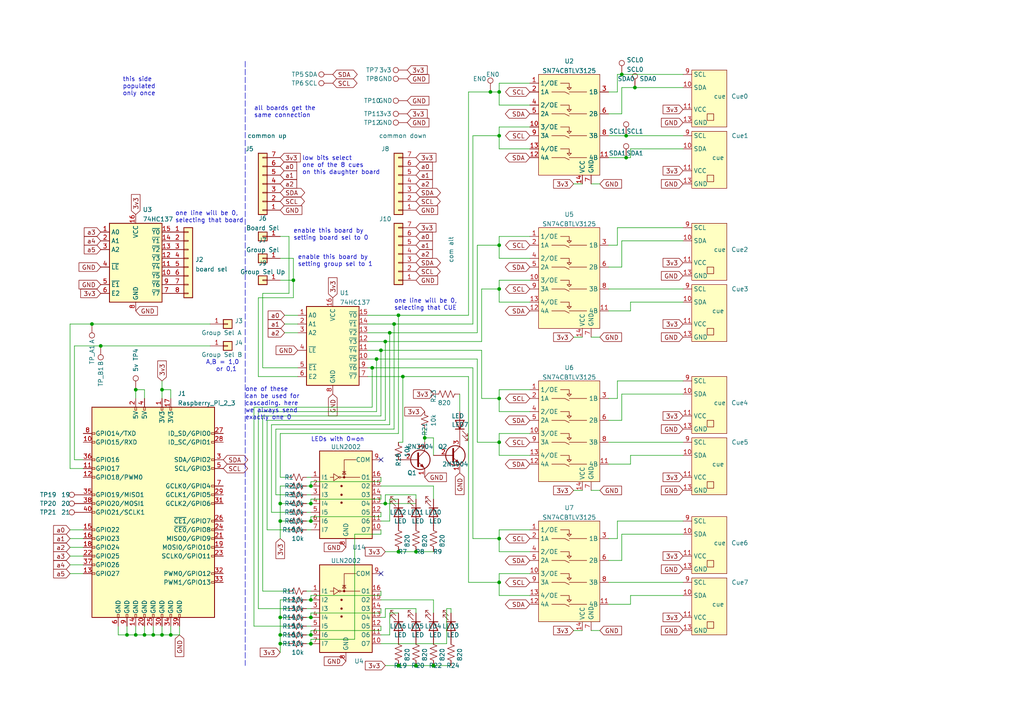
<source format=kicad_sch>
(kicad_sch (version 20211123) (generator eeschema)
  (paper "A4")
  (lib_symbols
    (symbol "74xx:74HC137"
      (property "Reference" "U" (at -7.62 13.97 0))
      (property "Value" "74HC137" (at 2.54 -11.43 0))
      (symbol "74HC137_1_1"
        (pin input line (at -10.16 10.16 0) (length 2.54) (name "A0") (number "1"))
        (pin output line (at 10.16 -2.54 180) (length 2.54) (name "~{Y5}") (number "10"))
        (pin output line (at 10.16 0 180) (length 2.54) (name "~{Y4}") (number "11"))
        (pin output line (at 10.16 2.54 180) (length 2.54) (name "~{Y3}") (number "12"))
        (pin output line (at 10.16 5.08 180) (length 2.54) (name "~{Y2}") (number "13"))
        (pin output line (at 10.16 7.62 180) (length 2.54) (name "~{Y1}") (number "14"))
        (pin output line (at 10.16 10.16 180) (length 2.54) (name "~{Y0}") (number "15"))
        (pin power_in line (at 0 15.24 270) (length 2.54) (name "VCC") (number "16"))
        (pin input line (at -10.16 7.62 0) (length 2.54) (name "A1") (number "2"))
        (pin input line (at -10.16 5.08 0) (length 2.54) (name "A2") (number "3"))
        (pin input line (at -10.16 0 0) (length 2.54) (name "~{LE}") (number "4"))
        (pin input line (at -10.16 -5.08 0) (length 2.54) (name "~{E1}") (number "5"))
        (pin input line (at -10.16 -7.62 0) (length 2.54) (name "E2") (number "6"))
        (pin output line (at 10.16 -7.62 180) (length 2.54) (name "~{Y7}") (number "7"))
        (pin power_in line (at 0 -12.7 90) (length 2.54) (name "GND") (number "8"))
        (pin output line (at 10.16 -5.08 180) (length 2.54) (name "~{Y6}") (number "9"))
      )
    )
    (symbol "Connector:Raspberry_Pi_2_3" (pin_names (offset 1.016))
      (property "Reference" "J" (at -17.78 31.75 0))
      (property "Value" "Raspberry_Pi_2_3" (at 10.16 -31.75 0))
      (symbol "Raspberry_Pi_2_3_1_1"
        (pin power_in line (at 2.54 33.02 270) (length 2.54) (name "3V3") (number "1"))
        (pin bidirectional line (at -20.32 20.32 0) (length 2.54) (name "GPIO15/RXD") (number "10"))
        (pin bidirectional line (at -20.32 12.7 0) (length 2.54) (name "GPIO17") (number "11"))
        (pin bidirectional line (at -20.32 10.16 0) (length 2.54) (name "GPIO18/PWM0") (number "12"))
        (pin bidirectional line (at -20.32 -17.78 0) (length 2.54) (name "GPIO27") (number "13"))
        (pin power_in line (at -5.08 -33.02 90) (length 2.54) (name "GND") (number "14"))
        (pin bidirectional line (at -20.32 -5.08 0) (length 2.54) (name "GPIO22") (number "15"))
        (pin bidirectional line (at -20.32 -7.62 0) (length 2.54) (name "GPIO23") (number "16"))
        (pin power_in line (at 5.08 33.02 270) (length 2.54) (name "3V3") (number "17"))
        (pin bidirectional line (at -20.32 -10.16 0) (length 2.54) (name "GPIO24") (number "18"))
        (pin bidirectional line (at 20.32 -10.16 180) (length 2.54) (name "MOSI0/GPIO10") (number "19"))
        (pin power_in line (at -5.08 33.02 270) (length 2.54) (name "5V") (number "2"))
        (pin power_in line (at -2.54 -33.02 90) (length 2.54) (name "GND") (number "20"))
        (pin bidirectional line (at 20.32 -7.62 180) (length 2.54) (name "MISO0/GPIO9") (number "21"))
        (pin bidirectional line (at -20.32 -12.7 0) (length 2.54) (name "GPIO25") (number "22"))
        (pin bidirectional line (at 20.32 -12.7 180) (length 2.54) (name "SCLK0/GPIO11") (number "23"))
        (pin bidirectional line (at 20.32 -5.08 180) (length 2.54) (name "~{CE0}/GPIO8") (number "24"))
        (pin power_in line (at 0 -33.02 90) (length 2.54) (name "GND") (number "25"))
        (pin bidirectional line (at 20.32 -2.54 180) (length 2.54) (name "~{CE1}/GPIO7") (number "26"))
        (pin bidirectional line (at 20.32 22.86 180) (length 2.54) (name "ID_SD/GPIO0") (number "27"))
        (pin bidirectional line (at 20.32 20.32 180) (length 2.54) (name "ID_SC/GPIO1") (number "28"))
        (pin bidirectional line (at 20.32 5.08 180) (length 2.54) (name "GCLK1/GPIO5") (number "29"))
        (pin bidirectional line (at 20.32 15.24 180) (length 2.54) (name "SDA/GPIO2") (number "3"))
        (pin power_in line (at 2.54 -33.02 90) (length 2.54) (name "GND") (number "30"))
        (pin bidirectional line (at 20.32 2.54 180) (length 2.54) (name "GCLK2/GPIO6") (number "31"))
        (pin bidirectional line (at 20.32 -17.78 180) (length 2.54) (name "PWM0/GPIO12") (number "32"))
        (pin bidirectional line (at 20.32 -20.32 180) (length 2.54) (name "PWM1/GPIO13") (number "33"))
        (pin power_in line (at 5.08 -33.02 90) (length 2.54) (name "GND") (number "34"))
        (pin bidirectional line (at -20.32 5.08 0) (length 2.54) (name "GPIO19/MISO1") (number "35"))
        (pin bidirectional line (at -20.32 15.24 0) (length 2.54) (name "GPIO16") (number "36"))
        (pin bidirectional line (at -20.32 -15.24 0) (length 2.54) (name "GPIO26") (number "37"))
        (pin bidirectional line (at -20.32 2.54 0) (length 2.54) (name "GPIO20/MOSI1") (number "38"))
        (pin power_in line (at 7.62 -33.02 90) (length 2.54) (name "GND") (number "39"))
        (pin power_in line (at -2.54 33.02 270) (length 2.54) (name "5V") (number "4"))
        (pin bidirectional line (at -20.32 0 0) (length 2.54) (name "GPIO21/SCLK1") (number "40"))
        (pin bidirectional line (at 20.32 12.7 180) (length 2.54) (name "SCL/GPIO3") (number "5"))
        (pin power_in line (at -10.16 -33.02 90) (length 2.54) (name "GND") (number "6"))
        (pin bidirectional line (at 20.32 7.62 180) (length 2.54) (name "GCLK0/GPIO4") (number "7"))
        (pin bidirectional line (at -20.32 22.86 0) (length 2.54) (name "GPIO14/TXD") (number "8"))
        (pin power_in line (at -7.62 -33.02 90) (length 2.54) (name "GND") (number "9"))
      )
    )
    (symbol "Connector:TestPoint" (pin_numbers hide) (pin_names (offset 0.762) hide)
      (property "Reference" "TP" (at 0 6.858 0))
      (property "Value" "TestPoint" (at 0 5.08 0))
      (symbol "TestPoint_1_1"
        (pin passive line (at 0 0 90) (length 2.54) (name "1") (number "1"))
      )
    )
    (symbol "Connector_Generic:Conn_01x01" (pin_names (offset 1.016) hide)
      (property "Reference" "J" (at 0 2.54 0))
      (property "Value" "Conn_01x01" (at 0 -2.54 0))
      (symbol "Conn_01x01_1_1"
        (pin passive line (at -5.08 0 0) (length 3.81) (name "Pin_1") (number "1"))
      )
    )
    (symbol "Connector_Generic:Conn_01x07" (pin_names (offset 1.016) hide)
      (property "Reference" "J" (at 0 10.16 0))
      (property "Value" "Conn_01x07" (at 0 -10.16 0))
      (symbol "Conn_01x07_1_1"
        (pin passive line (at -5.08 7.62 0) (length 3.81) (name "Pin_1") (number "1"))
        (pin passive line (at -5.08 5.08 0) (length 3.81) (name "Pin_2") (number "2"))
        (pin passive line (at -5.08 2.54 0) (length 3.81) (name "Pin_3") (number "3"))
        (pin passive line (at -5.08 0 0) (length 3.81) (name "Pin_4") (number "4"))
        (pin passive line (at -5.08 -2.54 0) (length 3.81) (name "Pin_5") (number "5"))
        (pin passive line (at -5.08 -5.08 0) (length 3.81) (name "Pin_6") (number "6"))
        (pin passive line (at -5.08 -7.62 0) (length 3.81) (name "Pin_7") (number "7"))
      )
    )
    (symbol "Connector_Generic:Conn_01x08" (pin_names (offset 1.016) hide)
      (property "Reference" "J" (at 0 10.16 0))
      (property "Value" "Conn_01x08" (at 0 -12.7 0))
      (symbol "Conn_01x08_1_1"
        (pin passive line (at -5.08 7.62 0) (length 3.81) (name "Pin_1") (number "1"))
        (pin passive line (at -5.08 5.08 0) (length 3.81) (name "Pin_2") (number "2"))
        (pin passive line (at -5.08 2.54 0) (length 3.81) (name "Pin_3") (number "3"))
        (pin passive line (at -5.08 0 0) (length 3.81) (name "Pin_4") (number "4"))
        (pin passive line (at -5.08 -2.54 0) (length 3.81) (name "Pin_5") (number "5"))
        (pin passive line (at -5.08 -5.08 0) (length 3.81) (name "Pin_6") (number "6"))
        (pin passive line (at -5.08 -7.62 0) (length 3.81) (name "Pin_7") (number "7"))
        (pin passive line (at -5.08 -10.16 0) (length 3.81) (name "Pin_8") (number "8"))
      )
    )
    (symbol "Device:LED" (pin_numbers hide) (pin_names (offset 1.016) hide)
      (property "Reference" "D" (at 0 2.54 0))
      (property "Value" "LED" (at 0 -2.54 0))
      (symbol "LED_1_1"
        (pin passive line (at -3.81 0 0) (length 2.54) (name "K") (number "1"))
        (pin passive line (at 3.81 0 180) (length 2.54) (name "A") (number "2"))
      )
    )
    (symbol "Device:R_Small_US" (pin_numbers hide) (pin_names (offset 0.254) hide)
      (property "Reference" "R" (at 0.762 0.508 0))
      (property "Value" "R_Small_US" (at 0.762 -1.016 0))
      (symbol "R_Small_US_1_1"
        (pin passive line (at 0 2.54 270) (length 1.016) (name "~") (number "1"))
        (pin passive line (at 0 -2.54 90) (length 1.016) (name "~") (number "2"))
      )
    )
    (symbol "Device:R_US" (pin_numbers hide) (pin_names (offset 0))
      (property "Reference" "R" (at 2.54 0 90))
      (property "Value" "R_US" (at -2.54 0 90))
      (symbol "R_US_1_1"
        (pin passive line (at 0 3.81 270) (length 1.27) (name "~") (number "1"))
        (pin passive line (at 0 -3.81 90) (length 1.27) (name "~") (number "2"))
      )
    )
    (symbol "Transistor_Array:ULN2002"
      (property "Reference" "U" (at 0 15.875 0))
      (property "Value" "ULN2002" (at 0 13.97 0))
      (symbol "ULN2002_1_1"
        (pin input line (at -10.16 5.08 0) (length 2.54) (name "I1") (number "1"))
        (pin open_collector line (at 10.16 -10.16 180) (length 2.54) (name "O7") (number "10"))
        (pin open_collector line (at 10.16 -7.62 180) (length 2.54) (name "O6") (number "11"))
        (pin open_collector line (at 10.16 -5.08 180) (length 2.54) (name "O5") (number "12"))
        (pin open_collector line (at 10.16 -2.54 180) (length 2.54) (name "O4") (number "13"))
        (pin open_collector line (at 10.16 0 180) (length 2.54) (name "O3") (number "14"))
        (pin open_collector line (at 10.16 2.54 180) (length 2.54) (name "O2") (number "15"))
        (pin open_collector line (at 10.16 5.08 180) (length 2.54) (name "O1") (number "16"))
        (pin input line (at -10.16 2.54 0) (length 2.54) (name "I2") (number "2"))
        (pin input line (at -10.16 0 0) (length 2.54) (name "I3") (number "3"))
        (pin input line (at -10.16 -2.54 0) (length 2.54) (name "I4") (number "4"))
        (pin input line (at -10.16 -5.08 0) (length 2.54) (name "I5") (number "5"))
        (pin input line (at -10.16 -7.62 0) (length 2.54) (name "I6") (number "6"))
        (pin input line (at -10.16 -10.16 0) (length 2.54) (name "I7") (number "7"))
        (pin power_in line (at 0 -15.24 90) (length 2.54) (name "GND") (number "8"))
        (pin passive line (at 10.16 10.16 180) (length 2.54) (name "COM") (number "9"))
      )
    )
    (symbol "Transistor_BJT:2N3904" (pin_names (offset 0) hide)
      (property "Reference" "Q" (at 5.08 1.905 0))
      (property "Value" "2N3904" (at 5.08 0 0))
      (symbol "2N3904_1_1"
        (pin passive line (at 2.54 -5.08 90) (length 2.54) (name "E") (number "1"))
        (pin passive line (at -5.08 0 0) (length 5.715) (name "B") (number "2"))
        (pin passive line (at 2.54 5.08 270) (length 2.54) (name "C") (number "3"))
      )
    )
    (symbol "mybrary:SN74CBTLV3125"
      (property "Reference" "U" (at -7.62 -21.59 0))
      (property "Value" "SN74CBTLV3125" (at 0 11.43 0))
      (symbol "SN74CBTLV3125_1_1"
        (pin input line (at -11.43 6.35 0) (length 2.54) (name "1/OE") (number "1"))
        (pin input line (at -11.43 -6.35 0) (length 2.54) (name "3/OE") (number "10"))
        (pin bidirectional line (at 11.43 -15.24 180) (length 2.54) (name "4B") (number "11"))
        (pin bidirectional line (at -11.43 -15.24 0) (length 2.54) (name "4A") (number "12"))
        (pin input line (at -11.43 -12.7 0) (length 2.54) (name "4/OE") (number "13"))
        (pin power_in line (at 3.81 -22.86 90) (length 2.54) (name "VCC") (number "14"))
        (pin bidirectional line (at -11.43 3.81 0) (length 2.54) (name "1A") (number "2"))
        (pin bidirectional line (at 11.43 3.81 180) (length 2.54) (name "1B") (number "3"))
        (pin input line (at -11.43 0 0) (length 2.54) (name "2/OE") (number "4"))
        (pin bidirectional line (at -11.43 -2.54 0) (length 2.54) (name "2A") (number "5"))
        (pin bidirectional line (at 11.43 -2.54 180) (length 2.54) (name "2B") (number "6"))
        (pin power_in line (at 6.35 -22.86 90) (length 2.54) (name "GND") (number "7"))
        (pin bidirectional line (at 11.43 -8.89 180) (length 2.54) (name "3B") (number "8"))
        (pin bidirectional line (at -11.43 -8.89 0) (length 2.54) (name "3A") (number "9"))
      )
    )
    (symbol "mybrary:cue"
      (property "Reference" "U" (at -2.54 -8.255 0))
      (property "Value" "cue" (at 0.635 11.43 0))
      (symbol "cue_1_1"
        (pin bidirectional line (at -6.35 5.08 0) (length 2.54) (name "SDA") (number "10"))
        (pin power_in line (at -6.35 -1.27 0) (length 2.54) (name "VCC") (number "11"))
        (pin power_in line (at -6.35 -5.08 0) (length 2.54) (name "GND") (number "13"))
        (pin bidirectional line (at -6.35 8.89 0) (length 2.54) (name "SCL") (number "9"))
      )
    )
  )
  (junction (at 111.76 146.05))
  (junction (at 144.78 156.21))
  (junction (at 107.95 106.68))
  (junction (at 116.84 109.22))
  (junction (at 115.57 160.02))
  (junction (at 120.65 193.04))
  (junction (at 114.3 93.98))
  (junction (at 180.34 21.59))
  (junction (at 49.53 184.15))
  (junction (at 46.99 113.03))
  (junction (at 41.91 184.15))
  (junction (at 85.09 81.28))
  (junction (at 144.78 128.27))
  (junction (at 120.65 160.02))
  (junction (at 142.24 26.67))
  (junction (at 29.21 100.33))
  (junction (at 26.67 93.98))
  (junction (at 144.78 83.82))
  (junction (at 81.28 186.69))
  (junction (at 90.17 151.13))
  (junction (at 115.57 91.44))
  (junction (at 115.57 193.04))
  (junction (at 181.61 39.37))
  (junction (at 144.78 168.91))
  (junction (at 144.78 26.67))
  (junction (at 90.17 146.05))
  (junction (at 110.49 101.6))
  (junction (at 46.99 184.15))
  (junction (at 81.28 151.13))
  (junction (at 90.17 184.15))
  (junction (at 113.03 96.52))
  (junction (at 123.19 127))
  (junction (at 181.61 45.72))
  (junction (at 81.28 179.07))
  (junction (at 90.17 140.97))
  (junction (at 39.37 184.15))
  (junction (at 184.15 25.4))
  (junction (at 90.17 186.69))
  (junction (at 144.78 71.12))
  (junction (at 36.83 184.15))
  (junction (at 44.45 184.15))
  (junction (at 81.28 184.15))
  (junction (at 111.76 99.06))
  (junction (at 39.37 113.03))
  (junction (at 109.22 104.14))
  (junction (at 125.73 193.04))
  (junction (at 144.78 39.37))
  (junction (at 90.17 179.07))
  (junction (at 144.78 115.57))
  (junction (at 90.17 173.99))
  (junction (at 81.28 146.05))
  (no_connect (at 110.49 133.35))
  (no_connect (at 110.49 166.37))
  (wire (pts (xy 83.82 140.97) (xy 81.28 140.97)))
  (wire (pts (xy 137.16 106.68) (xy 137.16 156.21)))
  (wire (pts (xy 80.01 124.46) (xy 114.3 124.46)))
  (wire (pts (xy 76.2 106.68) (xy 76.2 85.09)))
  (wire (pts (xy 176.53 115.57) (xy 179.07 115.57)))
  (wire (pts (xy 123.19 124.46) (xy 123.19 127)))
  (wire (pts (xy 88.9 184.15) (xy 90.17 184.15)))
  (wire (pts (xy 74.93 119.38) (xy 109.22 119.38)))
  (wire (pts (xy 176.53 134.62) (xy 182.88 134.62)))
  (wire (pts (xy 88.9 179.07) (xy 90.17 179.07)))
  (wire (pts (xy 110.49 140.97) (xy 125.73 140.97)))
  (wire (pts (xy 125.73 173.99) (xy 125.73 177.8)))
  (wire (pts (xy 110.49 172.72) (xy 90.17 172.72)))
  (wire (pts (xy 144.78 119.38) (xy 153.67 119.38)))
  (wire (pts (xy 142.24 26.67) (xy 144.78 26.67)))
  (wire (pts (xy 115.57 91.44) (xy 135.89 91.44)))
  (wire (pts (xy 138.43 96.52) (xy 138.43 71.12)))
  (wire (pts (xy 180.34 154.94) (xy 198.12 154.94)))
  (wire (pts (xy 85.09 74.93) (xy 85.09 81.28)))
  (wire (pts (xy 21.59 133.35) (xy 24.13 133.35)))
  (wire (pts (xy 182.88 43.18) (xy 182.88 45.72)))
  (wire (pts (xy 20.32 153.67) (xy 24.13 153.67)))
  (wire (pts (xy 115.57 160.02) (xy 120.65 160.02)))
  (wire (pts (xy 144.78 125.73) (xy 144.78 128.27)))
  (wire (pts (xy 73.66 181.61) (xy 83.82 181.61)))
  (wire (pts (xy 20.32 93.98) (xy 20.32 135.89)))
  (wire (pts (xy 46.99 113.03) (xy 46.99 115.57)))
  (wire (pts (xy 81.28 186.69) (xy 81.28 189.23)))
  (wire (pts (xy 111.76 176.53) (xy 120.65 176.53)))
  (wire (pts (xy 176.53 90.17) (xy 182.88 90.17)))
  (wire (pts (xy 176.53 71.12) (xy 179.07 71.12)))
  (wire (pts (xy 176.53 121.92) (xy 180.34 121.92)))
  (wire (pts (xy 153.67 36.83) (xy 144.78 36.83)))
  (wire (pts (xy 179.07 66.04) (xy 198.12 66.04)))
  (wire (pts (xy 41.91 181.61) (xy 41.91 184.15)))
  (wire (pts (xy 46.99 110.49) (xy 46.99 113.03)))
  (wire (pts (xy 114.3 93.98) (xy 137.16 93.98)))
  (wire (pts (xy 107.95 106.68) (xy 137.16 106.68)))
  (wire (pts (xy 182.88 132.08) (xy 182.88 134.62)))
  (wire (pts (xy 144.78 113.03) (xy 144.78 115.57)))
  (wire (pts (xy 139.7 101.6) (xy 139.7 115.57)))
  (wire (pts (xy 137.16 39.37) (xy 144.78 39.37)))
  (wire (pts (xy 110.49 173.99) (xy 125.73 173.99)))
  (wire (pts (xy 83.82 138.43) (xy 81.28 138.43)))
  (wire (pts (xy 179.07 110.49) (xy 179.07 115.57)))
  (wire (pts (xy 111.76 160.02) (xy 115.57 160.02)))
  (wire (pts (xy 83.82 148.59) (xy 78.74 148.59)))
  (wire (pts (xy 20.32 135.89) (xy 24.13 135.89)))
  (wire (pts (xy 49.53 115.57) (xy 49.53 113.03)))
  (wire (pts (xy 129.54 186.69) (xy 129.54 176.53)))
  (wire (pts (xy 46.99 184.15) (xy 44.45 184.15)))
  (wire (pts (xy 184.15 25.4) (xy 180.34 25.4)))
  (wire (pts (xy 60.96 93.98) (xy 26.67 93.98)))
  (wire (pts (xy 180.34 114.3) (xy 198.12 114.3)))
  (wire (pts (xy 76.2 120.65) (xy 110.49 120.65)))
  (wire (pts (xy 144.78 156.21) (xy 144.78 160.02)))
  (wire (pts (xy 198.12 172.72) (xy 182.88 172.72)))
  (wire (pts (xy 88.9 171.45) (xy 90.17 171.45)))
  (wire (pts (xy 180.34 154.94) (xy 180.34 162.56)))
  (wire (pts (xy 144.78 153.67) (xy 144.78 156.21)))
  (wire (pts (xy 113.03 144.78) (xy 113.03 151.13)))
  (wire (pts (xy 106.68 99.06) (xy 111.76 99.06)))
  (wire (pts (xy 80.01 124.46) (xy 80.01 143.51)))
  (wire (pts (xy 137.16 93.98) (xy 137.16 39.37)))
  (wire (pts (xy 179.07 66.04) (xy 179.07 71.12)))
  (wire (pts (xy 144.78 71.12) (xy 144.78 74.93)))
  (wire (pts (xy 153.67 68.58) (xy 144.78 68.58)))
  (wire (pts (xy 90.17 177.8) (xy 90.17 179.07)))
  (wire (pts (xy 107.95 118.11) (xy 107.95 106.68)))
  (wire (pts (xy 111.76 121.92) (xy 111.76 99.06)))
  (wire (pts (xy 88.9 153.67) (xy 90.17 153.67)))
  (wire (pts (xy 78.74 123.19) (xy 113.03 123.19)))
  (wire (pts (xy 26.67 93.98) (xy 20.32 93.98)))
  (wire (pts (xy 83.82 173.99) (xy 81.28 173.99)))
  (wire (pts (xy 88.9 186.69) (xy 90.17 186.69)))
  (wire (pts (xy 110.49 139.7) (xy 90.17 139.7)))
  (wire (pts (xy 111.76 146.05) (xy 120.65 146.05)))
  (wire (pts (xy 110.49 149.86) (xy 90.17 149.86)))
  (wire (pts (xy 113.03 177.8) (xy 113.03 184.15)))
  (wire (pts (xy 81.28 186.69) (xy 83.82 186.69)))
  (wire (pts (xy 82.55 91.44) (xy 86.36 91.44)))
  (wire (pts (xy 198.12 25.4) (xy 184.15 25.4)))
  (wire (pts (xy 49.53 181.61) (xy 49.53 184.15)))
  (wire (pts (xy 176.53 83.82) (xy 198.12 83.82)))
  (wire (pts (xy 176.53 128.27) (xy 198.12 128.27)))
  (wire (pts (xy 111.76 146.05) (xy 111.76 143.51)))
  (wire (pts (xy 125.73 140.97) (xy 125.73 144.78)))
  (wire (pts (xy 81.28 151.13) (xy 83.82 151.13)))
  (wire (pts (xy 52.07 184.15) (xy 49.53 184.15)))
  (wire (pts (xy 83.82 68.58) (xy 81.28 68.58)))
  (wire (pts (xy 116.84 128.27) (xy 115.57 128.27)))
  (wire (pts (xy 139.7 115.57) (xy 144.78 115.57)))
  (wire (pts (xy 90.17 144.78) (xy 90.17 146.05)))
  (wire (pts (xy 77.47 121.92) (xy 77.47 153.67)))
  (wire (pts (xy 39.37 113.03) (xy 39.37 115.57)))
  (wire (pts (xy 109.22 119.38) (xy 109.22 104.14)))
  (wire (pts (xy 120.65 143.51) (xy 120.65 144.78)))
  (wire (pts (xy 76.2 106.68) (xy 86.36 106.68)))
  (wire (pts (xy 81.28 179.07) (xy 83.82 179.07)))
  (wire (pts (xy 110.49 138.43) (xy 110.49 139.7)))
  (wire (pts (xy 144.78 83.82) (xy 144.78 87.63)))
  (wire (pts (xy 138.43 128.27) (xy 144.78 128.27)))
  (wire (pts (xy 41.91 115.57) (xy 41.91 113.03)))
  (wire (pts (xy 181.61 39.37) (xy 198.12 39.37)))
  (wire (pts (xy 88.9 181.61) (xy 90.17 181.61)))
  (wire (pts (xy 144.78 26.67) (xy 144.78 30.48)))
  (wire (pts (xy 173.99 182.88) (xy 171.45 182.88)))
  (wire (pts (xy 166.37 53.34) (xy 168.91 53.34)))
  (wire (pts (xy 182.88 87.63) (xy 182.88 90.17)))
  (wire (pts (xy 144.78 132.08) (xy 153.67 132.08)))
  (wire (pts (xy 74.93 86.36) (xy 74.93 109.22)))
  (wire (pts (xy 110.49 153.67) (xy 110.49 154.94)))
  (wire (pts (xy 82.55 96.52) (xy 86.36 96.52)))
  (wire (pts (xy 110.49 177.8) (xy 90.17 177.8)))
  (wire (pts (xy 88.9 176.53) (xy 90.17 176.53)))
  (wire (pts (xy 113.03 184.15) (xy 110.49 184.15)))
  (wire (pts (xy 46.99 181.61) (xy 46.99 184.15)))
  (wire (pts (xy 176.53 168.91) (xy 198.12 168.91)))
  (wire (pts (xy 144.78 160.02) (xy 153.67 160.02)))
  (wire (pts (xy 52.07 181.61) (xy 52.07 184.15)))
  (wire (pts (xy 60.96 100.33) (xy 29.21 100.33)))
  (wire (pts (xy 49.53 184.15) (xy 46.99 184.15)))
  (wire (pts (xy 123.19 127) (xy 123.19 128.27)))
  (wire (pts (xy 83.82 68.58) (xy 83.82 85.09)))
  (wire (pts (xy 34.29 181.61) (xy 34.29 184.15)))
  (wire (pts (xy 173.99 53.34) (xy 171.45 53.34)))
  (wire (pts (xy 115.57 193.04) (xy 120.65 193.04)))
  (wire (pts (xy 81.28 184.15) (xy 83.82 184.15)))
  (wire (pts (xy 113.03 96.52) (xy 113.03 123.19)))
  (wire (pts (xy 179.07 21.59) (xy 179.07 26.67)))
  (wire (pts (xy 125.73 127) (xy 123.19 127)))
  (wire (pts (xy 81.28 146.05) (xy 81.28 151.13)))
  (wire (pts (xy 176.53 156.21) (xy 179.07 156.21)))
  (wire (pts (xy 102.87 185.42) (xy 90.17 185.42)))
  (wire (pts (xy 144.78 87.63) (xy 153.67 87.63)))
  (wire (pts (xy 120.65 160.02) (xy 125.73 160.02)))
  (wire (pts (xy 73.66 118.11) (xy 107.95 118.11)))
  (wire (pts (xy 110.49 181.61) (xy 110.49 182.88)))
  (wire (pts (xy 114.3 93.98) (xy 114.3 124.46)))
  (wire (pts (xy 144.78 39.37) (xy 144.78 43.18)))
  (wire (pts (xy 129.54 176.53) (xy 130.81 176.53)))
  (wire (pts (xy 110.49 120.65) (xy 110.49 101.6)))
  (wire (pts (xy 179.07 151.13) (xy 179.07 156.21)))
  (wire (pts (xy 88.9 151.13) (xy 90.17 151.13)))
  (wire (pts (xy 144.78 172.72) (xy 153.67 172.72)))
  (wire (pts (xy 180.34 21.59) (xy 179.07 21.59)))
  (wire (pts (xy 41.91 184.15) (xy 39.37 184.15)))
  (polyline (pts (xy 71.12 17.78) (xy 71.12 193.04)))
  (wire (pts (xy 153.67 81.28) (xy 144.78 81.28)))
  (wire (pts (xy 110.49 148.59) (xy 110.49 149.86)))
  (wire (pts (xy 153.67 125.73) (xy 144.78 125.73)))
  (wire (pts (xy 88.9 138.43) (xy 90.17 138.43)))
  (wire (pts (xy 180.34 25.4) (xy 180.34 33.02)))
  (wire (pts (xy 130.81 176.53) (xy 130.81 177.8)))
  (wire (pts (xy 111.76 193.04) (xy 115.57 193.04)))
  (wire (pts (xy 125.73 193.04) (xy 130.81 193.04)))
  (wire (pts (xy 176.53 33.02) (xy 180.34 33.02)))
  (wire (pts (xy 138.43 104.14) (xy 138.43 128.27)))
  (wire (pts (xy 81.28 125.73) (xy 81.28 138.43)))
  (wire (pts (xy 144.78 81.28) (xy 144.78 83.82)))
  (wire (pts (xy 153.67 24.13) (xy 144.78 24.13)))
  (wire (pts (xy 82.55 93.98) (xy 86.36 93.98)))
  (wire (pts (xy 198.12 87.63) (xy 182.88 87.63)))
  (wire (pts (xy 179.07 110.49) (xy 198.12 110.49)))
  (wire (pts (xy 90.17 149.86) (xy 90.17 151.13)))
  (wire (pts (xy 88.9 146.05) (xy 90.17 146.05)))
  (wire (pts (xy 113.03 151.13) (xy 110.49 151.13)))
  (wire (pts (xy 198.12 132.08) (xy 182.88 132.08)))
  (wire (pts (xy 116.84 109.22) (xy 116.84 128.27)))
  (wire (pts (xy 21.59 100.33) (xy 21.59 133.35)))
  (wire (pts (xy 180.34 69.85) (xy 180.34 77.47)))
  (wire (pts (xy 138.43 71.12) (xy 144.78 71.12)))
  (wire (pts (xy 44.45 181.61) (xy 44.45 184.15)))
  (wire (pts (xy 78.74 123.19) (xy 78.74 148.59)))
  (wire (pts (xy 90.17 172.72) (xy 90.17 173.99)))
  (wire (pts (xy 110.49 171.45) (xy 110.49 172.72)))
  (wire (pts (xy 135.89 168.91) (xy 144.78 168.91)))
  (wire (pts (xy 139.7 83.82) (xy 144.78 83.82)))
  (wire (pts (xy 110.49 176.53) (xy 110.49 177.8)))
  (wire (pts (xy 81.28 74.93) (xy 85.09 74.93)))
  (wire (pts (xy 180.34 69.85) (xy 198.12 69.85)))
  (wire (pts (xy 180.34 21.59) (xy 198.12 21.59)))
  (wire (pts (xy 182.88 172.72) (xy 182.88 175.26)))
  (wire (pts (xy 81.28 81.28) (xy 85.09 81.28)))
  (wire (pts (xy 83.82 153.67) (xy 77.47 153.67)))
  (wire (pts (xy 74.93 176.53) (xy 74.93 119.38)))
  (wire (pts (xy 153.67 166.37) (xy 144.78 166.37)))
  (wire (pts (xy 144.78 115.57) (xy 144.78 119.38)))
  (wire (pts (xy 166.37 97.79) (xy 168.91 97.79)))
  (wire (pts (xy 135.89 91.44) (xy 135.89 26.67)))
  (wire (pts (xy 176.53 45.72) (xy 181.61 45.72)))
  (wire (pts (xy 76.2 171.45) (xy 83.82 171.45)))
  (wire (pts (xy 20.32 156.21) (xy 24.13 156.21)))
  (wire (pts (xy 73.66 181.61) (xy 73.66 118.11)))
  (wire (pts (xy 113.03 96.52) (xy 138.43 96.52)))
  (wire (pts (xy 20.32 163.83) (xy 24.13 163.83)))
  (wire (pts (xy 74.93 109.22) (xy 86.36 109.22)))
  (wire (pts (xy 176.53 162.56) (xy 180.34 162.56)))
  (wire (pts (xy 83.82 143.51) (xy 80.01 143.51)))
  (wire (pts (xy 88.9 143.51) (xy 90.17 143.51)))
  (wire (pts (xy 144.78 30.48) (xy 153.67 30.48)))
  (wire (pts (xy 110.49 143.51) (xy 110.49 144.78)))
  (wire (pts (xy 39.37 184.15) (xy 36.83 184.15)))
  (wire (pts (xy 81.28 140.97) (xy 81.28 146.05)))
  (wire (pts (xy 106.68 106.68) (xy 107.95 106.68)))
  (wire (pts (xy 120.65 176.53) (xy 120.65 177.8)))
  (wire (pts (xy 144.78 68.58) (xy 144.78 71.12)))
  (wire (pts (xy 110.49 179.07) (xy 111.76 179.07)))
  (wire (pts (xy 44.45 184.15) (xy 41.91 184.15)))
  (wire (pts (xy 176.53 39.37) (xy 181.61 39.37)))
  (wire (pts (xy 110.49 186.69) (xy 129.54 186.69)))
  (wire (pts (xy 144.78 43.18) (xy 153.67 43.18)))
  (wire (pts (xy 85.09 81.28) (xy 85.09 86.36)))
  (wire (pts (xy 153.67 113.03) (xy 144.78 113.03)))
  (wire (pts (xy 144.78 24.13) (xy 144.78 26.67)))
  (wire (pts (xy 115.57 91.44) (xy 115.57 125.73)))
  (wire (pts (xy 106.68 93.98) (xy 114.3 93.98)))
  (wire (pts (xy 20.32 158.75) (xy 24.13 158.75)))
  (wire (pts (xy 116.84 109.22) (xy 135.89 109.22)))
  (wire (pts (xy 115.57 144.78) (xy 113.03 144.78)))
  (wire (pts (xy 36.83 184.15) (xy 34.29 184.15)))
  (wire (pts (xy 106.68 109.22) (xy 116.84 109.22)))
  (wire (pts (xy 81.28 151.13) (xy 81.28 156.21)))
  (wire (pts (xy 110.49 101.6) (xy 139.7 101.6)))
  (wire (pts (xy 198.12 43.18) (xy 182.88 43.18)))
  (wire (pts (xy 106.68 101.6) (xy 110.49 101.6)))
  (wire (pts (xy 88.9 148.59) (xy 90.17 148.59)))
  (wire (pts (xy 144.78 74.93) (xy 153.67 74.93)))
  (wire (pts (xy 90.17 185.42) (xy 90.17 186.69)))
  (wire (pts (xy 110.49 144.78) (xy 90.17 144.78)))
  (wire (pts (xy 88.9 173.99) (xy 90.17 173.99)))
  (wire (pts (xy 166.37 182.88) (xy 168.91 182.88)))
  (wire (pts (xy 88.9 140.97) (xy 90.17 140.97)))
  (wire (pts (xy 144.78 36.83) (xy 144.78 39.37)))
  (wire (pts (xy 20.32 166.37) (xy 24.13 166.37)))
  (wire (pts (xy 106.68 96.52) (xy 113.03 96.52)))
  (wire (pts (xy 144.78 168.91) (xy 144.78 172.72)))
  (wire (pts (xy 110.49 154.94) (xy 102.87 154.94)))
  (wire (pts (xy 81.28 146.05) (xy 83.82 146.05)))
  (wire (pts (xy 74.93 176.53) (xy 83.82 176.53)))
  (wire (pts (xy 181.61 45.72) (xy 182.88 45.72)))
  (wire (pts (xy 180.34 114.3) (xy 180.34 121.92)))
  (wire (pts (xy 115.57 177.8) (xy 113.03 177.8)))
  (wire (pts (xy 176.53 26.67) (xy 179.07 26.67)))
  (wire (pts (xy 139.7 99.06) (xy 139.7 83.82)))
  (wire (pts (xy 81.28 125.73) (xy 115.57 125.73)))
  (wire (pts (xy 102.87 154.94) (xy 102.87 185.42)))
  (wire (pts (xy 111.76 179.07) (xy 111.76 176.53)))
  (wire (pts (xy 111.76 143.51) (xy 120.65 143.51)))
  (wire (pts (xy 153.67 153.67) (xy 144.78 153.67)))
  (wire (pts (xy 179.07 151.13) (xy 198.12 151.13)))
  (wire (pts (xy 125.73 132.08) (xy 125.73 127)))
  (wire (pts (xy 85.09 86.36) (xy 74.93 86.36)))
  (wire (pts (xy 76.2 171.45) (xy 76.2 120.65)))
  (wire (pts (xy 144.78 166.37) (xy 144.78 168.91)))
  (wire (pts (xy 46.99 113.03) (xy 49.53 113.03)))
  (wire (pts (xy 81.28 173.99) (xy 81.28 179.07)))
  (wire (pts (xy 137.16 156.21) (xy 144.78 156.21)))
  (wire (pts (xy 76.2 85.09) (xy 83.82 85.09)))
  (wire (pts (xy 173.99 142.24) (xy 171.45 142.24)))
  (wire (pts (xy 41.91 113.03) (xy 39.37 113.03)))
  (wire (pts (xy 166.37 142.24) (xy 168.91 142.24)))
  (wire (pts (xy 173.99 97.79) (xy 171.45 97.79)))
  (wire (pts (xy 106.68 91.44) (xy 115.57 91.44)))
  (wire (pts (xy 90.17 182.88) (xy 90.17 184.15)))
  (wire (pts (xy 109.22 104.14) (xy 138.43 104.14)))
  (wire (pts (xy 176.53 77.47) (xy 180.34 77.47)))
  (wire (pts (xy 133.35 119.38) (xy 133.35 114.3)))
  (wire (pts (xy 176.53 175.26) (xy 182.88 175.26)))
  (wire (pts (xy 81.28 179.07) (xy 81.28 184.15)))
  (wire (pts (xy 81.28 184.15) (xy 81.28 186.69)))
  (wire (pts (xy 144.78 128.27) (xy 144.78 132.08)))
  (wire (pts (xy 90.17 139.7) (xy 90.17 140.97)))
  (wire (pts (xy 135.89 109.22) (xy 135.89 168.91)))
  (wire (pts (xy 29.21 100.33) (xy 21.59 100.33)))
  (wire (pts (xy 77.47 121.92) (xy 111.76 121.92)))
  (wire (pts (xy 110.49 182.88) (xy 90.17 182.88)))
  (wire (pts (xy 106.68 104.14) (xy 109.22 104.14)))
  (wire (pts (xy 110.49 146.05) (xy 111.76 146.05)))
  (wire (pts (xy 135.89 26.67) (xy 142.24 26.67)))
  (wire (pts (xy 39.37 181.61) (xy 39.37 184.15)))
  (wire (pts (xy 20.32 161.29) (xy 24.13 161.29)))
  (wire (pts (xy 120.65 193.04) (xy 125.73 193.04)))
  (wire (pts (xy 111.76 99.06) (xy 139.7 99.06)))
  (wire (pts (xy 36.83 181.61) (xy 36.83 184.15)))
  (text "all boards get the\nsame connection" (at 73.66 34.29 0) (effects (font (size 1.27 1.27)) (justify left bottom)))
  (text "this side\npopulated\nonly once" (at 35.56 27.94 0) (effects (font (size 1.27 1.27)) (justify left bottom)))
  (text "one line will be 0,\nselecting that board" (at 50.8 64.77 0) (effects (font (size 1.27 1.27)) (justify left bottom)))
  (text "A,B = 1,0\n   or 0,1" (at 59.69 107.95 0) (effects (font (size 1.27 1.27)) (justify left bottom)))
  (text "one line will be 0,\nselecting that CUE" (at 114.3 90.17 0) (effects (font (size 1.27 1.27)) (justify left bottom)))
  (text "low bits select\none of the 8 cues\non this daughter board" (at 87.63 50.8 0) (effects (font (size 1.27 1.27)) (justify left bottom)))
  (text "one of these\ncan be used for\ncascading. here\nwe always send\nexactly one 0" (at 71.12 121.92 0) (effects (font (size 1.27 1.27)) (justify left bottom)))
  (text "LEDs with 0=on" (at 90.17 128.27 0) (effects (font (size 1.27 1.27)) (justify left bottom)))
  (text "enable this board by\nsetting group sel to 1" (at 86.36 77.47 0) (effects (font (size 1.27 1.27)) (justify left bottom)))
  (text "enable this board by\nsetting board sel to 0\n" (at 85.09 69.85 0) (effects (font (size 1.27 1.27)) (justify left bottom)))
  (global_label "3v3" (shape input) (at 198.12 120.65 180) (property "Intersheet References" "${INTERSHEET_REFS}" (effects hide)))
  (global_label "3v3" (shape input) (at 118.11 33.02 0) (property "Intersheet References" "${INTERSHEET_REFS}" (effects hide)))
  (global_label "a1" (shape input) (at 120.65 50.8 0) (property "Intersheet References" "${INTERSHEET_REFS}" (effects hide)))
  (global_label "3v3" (shape input) (at 166.37 182.88 180) (property "Intersheet References" "${INTERSHEET_REFS}" (effects hide)))
  (global_label "GND" (shape input) (at 198.12 97.79 180) (property "Intersheet References" "${INTERSHEET_REFS}" (effects hide)))
  (global_label "GND" (shape input) (at 52.07 184.15 270) (property "Intersheet References" "${INTERSHEET_REFS}" (effects hide)))
  (global_label "a1" (shape input) (at 81.28 50.8 0) (property "Intersheet References" "${INTERSHEET_REFS}" (effects hide)))
  (global_label "GND" (shape input) (at 118.11 35.56 0) (property "Intersheet References" "${INTERSHEET_REFS}" (effects hide)))
  (global_label "a1" (shape input) (at 120.65 71.12 0) (property "Intersheet References" "${INTERSHEET_REFS}" (effects hide)))
  (global_label "SCL" (shape bidirectional) (at 153.67 168.91 180) (property "Intersheet References" "${INTERSHEET_REFS}" (effects hide)))
  (global_label "a2" (shape input) (at 20.32 158.75 180) (property "Intersheet References" "${INTERSHEET_REFS}" (effects hide)))
  (global_label "GND" (shape input) (at 173.99 142.24 0) (property "Intersheet References" "${INTERSHEET_REFS}" (effects hide)))
  (global_label "3v3" (shape input) (at 198.12 179.07 180) (property "Intersheet References" "${INTERSHEET_REFS}" (effects hide)))
  (global_label "SCL" (shape bidirectional) (at 153.67 71.12 180) (property "Intersheet References" "${INTERSHEET_REFS}" (effects hide)))
  (global_label "SDA" (shape bidirectional) (at 153.67 33.02 180) (property "Intersheet References" "${INTERSHEET_REFS}" (effects hide)))
  (global_label "3v3" (shape input) (at 96.52 86.36 90) (property "Intersheet References" "${INTERSHEET_REFS}" (effects hide)))
  (global_label "a0" (shape input) (at 82.55 91.44 180) (property "Intersheet References" "${INTERSHEET_REFS}" (effects hide)))
  (global_label "SCL" (shape bidirectional) (at 153.67 26.67 180) (property "Intersheet References" "${INTERSHEET_REFS}" (effects hide)))
  (global_label "GND" (shape input) (at 198.12 80.01 180) (property "Intersheet References" "${INTERSHEET_REFS}" (effects hide)))
  (global_label "a0" (shape input) (at 120.65 68.58 0) (property "Intersheet References" "${INTERSHEET_REFS}" (effects hide)))
  (global_label "GND" (shape input) (at 173.99 182.88 0) (property "Intersheet References" "${INTERSHEET_REFS}" (effects hide)))
  (global_label "GND" (shape input) (at 100.33 191.77 180) (property "Intersheet References" "${INTERSHEET_REFS}" (effects hide)))
  (global_label "3v3" (shape input) (at 125.73 114.3 180) (property "Intersheet References" "${INTERSHEET_REFS}" (effects hide)))
  (global_label "GND" (shape input) (at 198.12 165.1 180) (property "Intersheet References" "${INTERSHEET_REFS}" (effects hide)))
  (global_label "3v3" (shape input) (at 111.76 160.02 180) (property "Intersheet References" "${INTERSHEET_REFS}" (effects hide)))
  (global_label "3v3" (shape input) (at 198.12 161.29 180) (property "Intersheet References" "${INTERSHEET_REFS}" (effects hide)))
  (global_label "GND" (shape input) (at 198.12 53.34 180) (property "Intersheet References" "${INTERSHEET_REFS}" (effects hide)))
  (global_label "SCL" (shape bidirectional) (at 153.67 115.57 180) (property "Intersheet References" "${INTERSHEET_REFS}" (effects hide)))
  (global_label "3v3" (shape input) (at 123.19 119.38 180) (property "Intersheet References" "${INTERSHEET_REFS}" (effects hide)))
  (global_label "GND" (shape input) (at 198.12 124.46 180) (property "Intersheet References" "${INTERSHEET_REFS}" (effects hide)))
  (global_label "3v3" (shape input) (at 81.28 45.72 0) (property "Intersheet References" "${INTERSHEET_REFS}" (effects hide)))
  (global_label "GND" (shape input) (at 81.28 60.96 0) (property "Intersheet References" "${INTERSHEET_REFS}" (effects hide)))
  (global_label "3v3" (shape input) (at 198.12 49.53 180) (property "Intersheet References" "${INTERSHEET_REFS}" (effects hide)))
  (global_label "SDA" (shape bidirectional) (at 153.67 162.56 180) (property "Intersheet References" "${INTERSHEET_REFS}" (effects hide)))
  (global_label "3v3" (shape input) (at 166.37 142.24 180) (property "Intersheet References" "${INTERSHEET_REFS}" (effects hide)))
  (global_label "a3" (shape input) (at 29.21 67.31 180) (property "Intersheet References" "${INTERSHEET_REFS}" (effects hide)))
  (global_label "a4" (shape input) (at 20.32 163.83 180) (property "Intersheet References" "${INTERSHEET_REFS}" (effects hide)))
  (global_label "a0" (shape input) (at 20.32 153.67 180) (property "Intersheet References" "${INTERSHEET_REFS}" (effects hide)))
  (global_label "a0" (shape input) (at 81.28 48.26 0) (property "Intersheet References" "${INTERSHEET_REFS}" (effects hide)))
  (global_label "3v3" (shape input) (at 120.65 66.04 0) (property "Intersheet References" "${INTERSHEET_REFS}" (effects hide)))
  (global_label "3v3" (shape input) (at 198.12 93.98 180) (property "Intersheet References" "${INTERSHEET_REFS}" (effects hide)))
  (global_label "GND" (shape input) (at 123.19 138.43 0) (property "Intersheet References" "${INTERSHEET_REFS}" (effects hide)))
  (global_label "SCL" (shape bidirectional) (at 153.67 39.37 180) (property "Intersheet References" "${INTERSHEET_REFS}" (effects hide)))
  (global_label "a2" (shape input) (at 82.55 96.52 180) (property "Intersheet References" "${INTERSHEET_REFS}" (effects hide)))
  (global_label "SCL" (shape bidirectional) (at 153.67 83.82 180) (property "Intersheet References" "${INTERSHEET_REFS}" (effects hide)))
  (global_label "SDA" (shape bidirectional) (at 64.77 133.35 0) (property "Intersheet References" "${INTERSHEET_REFS}" (effects hide)))
  (global_label "GND" (shape input) (at 120.65 60.96 0) (property "Intersheet References" "${INTERSHEET_REFS}" (effects hide)))
  (global_label "GND" (shape input) (at 120.65 81.28 0) (property "Intersheet References" "${INTERSHEET_REFS}" (effects hide)))
  (global_label "SCL" (shape bidirectional) (at 81.28 58.42 0) (property "Intersheet References" "${INTERSHEET_REFS}" (effects hide)))
  (global_label "3v3" (shape input) (at 81.28 189.23 180) (property "Intersheet References" "${INTERSHEET_REFS}" (effects hide)))
  (global_label "GND" (shape input) (at 198.12 142.24 180) (property "Intersheet References" "${INTERSHEET_REFS}" (effects hide)))
  (global_label "GND" (shape input) (at 198.12 35.56 180) (property "Intersheet References" "${INTERSHEET_REFS}" (effects hide)))
  (global_label "SDA" (shape bidirectional) (at 120.65 76.2 0) (property "Intersheet References" "${INTERSHEET_REFS}" (effects hide)))
  (global_label "3v3" (shape input) (at 29.21 85.09 180) (property "Intersheet References" "${INTERSHEET_REFS}" (effects hide)))
  (global_label "SDA" (shape bidirectional) (at 81.28 55.88 0) (property "Intersheet References" "${INTERSHEET_REFS}" (effects hide)))
  (global_label "SCL" (shape bidirectional) (at 120.65 78.74 0) (property "Intersheet References" "${INTERSHEET_REFS}" (effects hide)))
  (global_label "GND" (shape input) (at 39.37 90.17 0) (property "Intersheet References" "${INTERSHEET_REFS}" (effects hide)))
  (global_label "GND" (shape input) (at 173.99 97.79 0) (property "Intersheet References" "${INTERSHEET_REFS}" (effects hide)))
  (global_label "SDA" (shape bidirectional) (at 153.67 121.92 180) (property "Intersheet References" "${INTERSHEET_REFS}" (effects hide)))
  (global_label "3v3" (shape input) (at 120.65 45.72 0) (property "Intersheet References" "${INTERSHEET_REFS}" (effects hide)))
  (global_label "a3" (shape input) (at 20.32 161.29 180) (property "Intersheet References" "${INTERSHEET_REFS}" (effects hide)))
  (global_label "GND" (shape input) (at 118.11 29.21 0) (property "Intersheet References" "${INTERSHEET_REFS}" (effects hide)))
  (global_label "3v3" (shape input) (at 166.37 97.79 180) (property "Intersheet References" "${INTERSHEET_REFS}" (effects hide)))
  (global_label "a4" (shape input) (at 29.21 69.85 180) (property "Intersheet References" "${INTERSHEET_REFS}" (effects hide)))
  (global_label "SCL" (shape bidirectional) (at 96.52 24.13 0) (property "Intersheet References" "${INTERSHEET_REFS}" (effects hide)))
  (global_label "GND" (shape input) (at 86.36 101.6 180) (property "Intersheet References" "${INTERSHEET_REFS}" (effects hide)))
  (global_label "SCL" (shape bidirectional) (at 153.67 128.27 180) (property "Intersheet References" "${INTERSHEET_REFS}" (effects hide)))
  (global_label "3v3" (shape input) (at 166.37 53.34 180) (property "Intersheet References" "${INTERSHEET_REFS}" (effects hide)))
  (global_label "3v3" (shape input) (at 46.99 110.49 90) (property "Intersheet References" "${INTERSHEET_REFS}" (effects hide)))
  (global_label "3v3" (shape input) (at 81.28 156.21 270) (property "Intersheet References" "${INTERSHEET_REFS}" (effects hide)))
  (global_label "a1" (shape input) (at 20.32 156.21 180) (property "Intersheet References" "${INTERSHEET_REFS}" (effects hide)))
  (global_label "3v3" (shape input) (at 39.37 62.23 90) (property "Intersheet References" "${INTERSHEET_REFS}" (effects hide)))
  (global_label "GND" (shape input) (at 118.11 22.86 0) (property "Intersheet References" "${INTERSHEET_REFS}" (effects hide)))
  (global_label "SCL" (shape bidirectional) (at 64.77 135.89 0) (property "Intersheet References" "${INTERSHEET_REFS}" (effects hide)))
  (global_label "SDA" (shape bidirectional) (at 153.67 175.26 180) (property "Intersheet References" "${INTERSHEET_REFS}" (effects hide)))
  (global_label "SDA" (shape bidirectional) (at 153.67 90.17 180) (property "Intersheet References" "${INTERSHEET_REFS}" (effects hide)))
  (global_label "GND" (shape input) (at 29.21 77.47 180) (property "Intersheet References" "${INTERSHEET_REFS}" (effects hide)))
  (global_label "a2" (shape input) (at 120.65 53.34 0) (property "Intersheet References" "${INTERSHEET_REFS}" (effects hide)))
  (global_label "a2" (shape input) (at 81.28 53.34 0) (property "Intersheet References" "${INTERSHEET_REFS}" (effects hide)))
  (global_label "3v3" (shape input) (at 198.12 76.2 180) (property "Intersheet References" "${INTERSHEET_REFS}" (effects hide)))
  (global_label "SDA" (shape bidirectional) (at 120.65 55.88 0) (property "Intersheet References" "${INTERSHEET_REFS}" (effects hide)))
  (global_label "a0" (shape input) (at 120.65 48.26 0) (property "Intersheet References" "${INTERSHEET_REFS}" (effects hide)))
  (global_label "GND" (shape input) (at 198.12 182.88 180) (property "Intersheet References" "${INTERSHEET_REFS}" (effects hide)))
  (global_label "a5" (shape input) (at 20.32 166.37 180) (property "Intersheet References" "${INTERSHEET_REFS}" (effects hide)))
  (global_label "SDA" (shape bidirectional) (at 153.67 45.72 180) (property "Intersheet References" "${INTERSHEET_REFS}" (effects hide)))
  (global_label "GND" (shape input) (at 96.52 114.3 270) (property "Intersheet References" "${INTERSHEET_REFS}" (effects hide)))
  (global_label "SDA" (shape bidirectional) (at 96.52 21.59 0) (property "Intersheet References" "${INTERSHEET_REFS}" (effects hide)))
  (global_label "SCL" (shape bidirectional) (at 120.65 58.42 0) (property "Intersheet References" "${INTERSHEET_REFS}" (effects hide)))
  (global_label "GND" (shape input) (at 133.35 137.16 270) (property "Intersheet References" "${INTERSHEET_REFS}" (effects hide)))
  (global_label "SDA" (shape bidirectional) (at 153.67 134.62 180) (property "Intersheet References" "${INTERSHEET_REFS}" (effects hide)))
  (global_label "SCL" (shape bidirectional) (at 153.67 156.21 180) (property "Intersheet References" "${INTERSHEET_REFS}" (effects hide)))
  (global_label "GND" (shape input) (at 173.99 53.34 0) (property "Intersheet References" "${INTERSHEET_REFS}" (effects hide)))
  (global_label "GND" (shape input) (at 100.33 158.75 180) (property "Intersheet References" "${INTERSHEET_REFS}" (effects hide)))
  (global_label "a2" (shape input) (at 120.65 73.66 0) (property "Intersheet References" "${INTERSHEET_REFS}" (effects hide)))
  (global_label "a1" (shape input) (at 82.55 93.98 180) (property "Intersheet References" "${INTERSHEET_REFS}" (effects hide)))
  (global_label "3v3" (shape input) (at 198.12 138.43 180) (property "Intersheet References" "${INTERSHEET_REFS}" (effects hide)))
  (global_label "3v3" (shape input) (at 111.76 193.04 180) (property "Intersheet References" "${INTERSHEET_REFS}" (effects hide)))
  (global_label "3v3" (shape input) (at 118.11 20.32 0) (property "Intersheet References" "${INTERSHEET_REFS}" (effects hide)))
  (global_label "a5" (shape input) (at 29.21 72.39 180) (property "Intersheet References" "${INTERSHEET_REFS}" (effects hide)))
  (global_label "SDA" (shape bidirectional) (at 153.67 77.47 180) (property "Intersheet References" "${INTERSHEET_REFS}" (effects hide)))
  (global_label "GND" (shape input) (at 29.21 82.55 180) (property "Intersheet References" "${INTERSHEET_REFS}" (effects hide)))
  (global_label "3v3" (shape input) (at 198.12 31.75 180) (property "Intersheet References" "${INTERSHEET_REFS}" (effects hide)))
  (symbol (lib_id "Device:R_Small_US") (at 86.36 140.97 90) (unit 1)
    (property "Reference" "R2" (at 83.82 140.97 90))
    (property "Value" "10k" (at 86.36 143.51 90))
    (property "Footprint" "Resistor_THT:R_Axial_DIN0204_L3.6mm_D1.6mm_P7.62mm_Horizontal" (effects hide))
  )
  (symbol (lib_id "Connector_Generic:Conn_01x01") (at 66.04 100.33 0) (unit 1)
    (property "Reference" "J4" (at 68.072 99.4215 0) (effects (justify left)))
    (property "Value" "Group Sel B" (at 58.42 102.87 0) (effects (justify left)))
    (property "Footprint" "Connector_PinHeader_2.54mm:PinHeader_1x01_P2.54mm_Vertical" (effects hide))
  )
  (symbol (lib_id "Transistor_BJT:2N3904") (at 120.65 133.35 0) (unit 1)
    (property "Reference" "Q1" (at 118.11 137.16 0) (effects (justify left)))
    (property "Value" "2N3904" (at 118.11 129.54 0) (effects (justify left)))
    (property "Footprint" "Package_TO_SOT_THT:TO-92_Inline" (effects hide))
    (property "Datasheet" "https://www.onsemi.com/pub/Collateral/2N3903-D.PDF" (effects hide))
  )
  (symbol (lib_id "Device:R_US") (at 115.57 156.21 180) (unit 1)
    (property "Reference" "R7" (at 118.11 160.02 0) (effects (justify left)))
    (property "Value" "820" (at 118.11 154.94 90) (effects (justify left)))
    (property "Footprint" "Resistor_THT:R_Axial_DIN0207_L6.3mm_D2.5mm_P10.16mm_Horizontal" (effects hide))
  )
  (symbol (lib_id "Device:LED") (at 120.65 148.59 270) (unit 1)
    (property "Reference" "LED1" (at 118.11 148.59 90) (effects (justify left)))
    (property "Value" "LED" (at 119.38 151.13 90) (effects (justify left)))
    (property "Footprint" "LED_THT:LED_D2.0mm_W4.0mm_H2.8mm_FlatTop" (effects hide))
  )
  (symbol (lib_id "Device:R_Small_US") (at 86.36 171.45 90) (unit 1)
    (property "Reference" "R11" (at 83.82 171.45 90))
    (property "Value" "10k" (at 86.36 173.99 90))
    (property "Footprint" "Resistor_THT:R_Axial_DIN0204_L3.6mm_D1.6mm_P7.62mm_Horizontal" (effects hide))
  )
  (symbol (lib_id "Device:R_Small_US") (at 86.36 173.99 90) (unit 1)
    (property "Reference" "R12" (at 83.82 173.99 90))
    (property "Value" "10k" (at 86.36 176.53 90))
    (property "Footprint" "Resistor_THT:R_Axial_DIN0204_L3.6mm_D1.6mm_P7.62mm_Horizontal" (effects hide))
  )
  (symbol (lib_id "Connector:TestPoint") (at 96.52 24.13 90) (unit 1)
    (property "Reference" "TP6" (at 86.36 24.13 90))
    (property "Value" "SCL" (at 90.17 24.13 90))
    (property "Footprint" "Connector_PinHeader_2.54mm:PinHeader_1x01_P2.54mm_Vertical" (effects hide))
  )
  (symbol (lib_id "Connector_Generic:Conn_01x07") (at 76.2 53.34 180) (unit 1)
    (property "Reference" "J5" (at 72.39 43.18 0))
    (property "Value" "common up" (at 77.47 39.37 0))
    (property "Footprint" "Connector_PinHeader_2.54mm:PinHeader_1x07_P2.54mm_Vertical" (effects hide))
  )
  (symbol (lib_id "Device:R_Small_US") (at 86.36 184.15 90) (unit 1)
    (property "Reference" "R16" (at 83.82 184.15 90))
    (property "Value" "10k" (at 86.36 186.69 90))
    (property "Footprint" "Resistor_THT:R_Axial_DIN0204_L3.6mm_D1.6mm_P7.62mm_Horizontal" (effects hide))
  )
  (symbol (lib_id "Device:R_US") (at 120.65 189.23 180) (unit 1)
    (property "Reference" "R20" (at 123.19 193.04 0) (effects (justify left)))
    (property "Value" "820" (at 123.19 187.96 90) (effects (justify left)))
    (property "Footprint" "Resistor_THT:R_Axial_DIN0207_L6.3mm_D2.5mm_P10.16mm_Horizontal" (effects hide))
  )
  (symbol (lib_id "Connector:TestPoint") (at 39.37 113.03 0) (unit 1)
    (property "Reference" "TP4" (at 39.37 102.87 90))
    (property "Value" "5v" (at 39.37 106.68 90))
    (property "Footprint" "Connector_PinHeader_2.54mm:PinHeader_1x01_P2.54mm_Vertical" (effects hide))
  )
  (symbol (lib_id "mybrary:cue") (at 204.47 177.8 0) (unit 1)
    (property "Reference" "Cue7" (at 214.63 168.91 0))
    (property "Value" "cue" (at 208.28 175.26 0))
    (property "Footprint" "myfeets:cuecastle" (effects hide))
  )
  (symbol (lib_id "Device:R_Small_US") (at 86.36 186.69 90) (unit 1)
    (property "Reference" "R17" (at 83.82 186.69 90))
    (property "Value" "10k" (at 86.36 189.23 90))
    (property "Footprint" "Resistor_THT:R_Axial_DIN0204_L3.6mm_D1.6mm_P7.62mm_Horizontal" (effects hide))
  )
  (symbol (lib_id "74xx:74HC137") (at 39.37 77.47 0) (unit 1)
    (property "Reference" "U3" (at 41.3894 60.8035 0) (effects (justify left)))
    (property "Value" "74HC137" (at 41.3894 63.5786 0) (effects (justify left)))
    (property "Footprint" "Package_DIP:DIP-16_W7.62mm" (effects hide))
    (property "Datasheet" "http://www.ti.com/lit/ds/symlink/cd74hc237.pdf" (effects hide))
  )
  (symbol (lib_id "Device:R_Small_US") (at 86.36 181.61 90) (unit 1)
    (property "Reference" "R15" (at 83.82 181.61 90))
    (property "Value" "10k" (at 86.36 184.15 90))
    (property "Footprint" "Resistor_THT:R_Axial_DIN0204_L3.6mm_D1.6mm_P7.62mm_Horizontal" (effects hide))
  )
  (symbol (lib_id "Device:LED") (at 130.81 181.61 270) (unit 1)
    (property "Reference" "LED3" (at 128.27 181.61 90) (effects (justify left)))
    (property "Value" "LED" (at 129.54 184.15 90) (effects (justify left)))
    (property "Footprint" "LED_THT:LED_D2.0mm_W4.0mm_H2.8mm_FlatTop" (effects hide))
  )
  (symbol (lib_id "Connector:TestPoint") (at 118.11 33.02 90) (unit 1)
    (property "Reference" "TP11" (at 107.95 33.02 90))
    (property "Value" "3v3" (at 111.76 33.02 90))
    (property "Footprint" "Connector_PinHeader_2.54mm:PinHeader_1x01_P2.54mm_Vertical" (effects hide))
  )
  (symbol (lib_id "Connector_Generic:Conn_01x01") (at 76.2 74.93 180) (unit 1)
    (property "Reference" "J7" (at 76.2 69.6935 0))
    (property "Value" "Group Sel" (at 76.2 72.4686 0))
    (property "Footprint" "Connector_PinHeader_2.54mm:PinHeader_1x01_P2.54mm_Vertical" (effects hide))
  )
  (symbol (lib_id "Device:R_Small_US") (at 86.36 138.43 90) (unit 1)
    (property "Reference" "R1" (at 83.82 138.43 90))
    (property "Value" "10k" (at 86.36 140.97 90))
    (property "Footprint" "Resistor_THT:R_Axial_DIN0204_L3.6mm_D1.6mm_P7.62mm_Horizontal" (effects hide))
  )
  (symbol (lib_id "mybrary:cue") (at 204.47 92.71 0) (unit 1)
    (property "Reference" "Cue3" (at 214.63 83.82 0))
    (property "Value" "cue" (at 208.28 90.17 0))
    (property "Footprint" "myfeets:cuecastle" (effects hide))
  )
  (symbol (lib_id "Device:R_Small_US") (at 123.19 121.92 180) (unit 1)
    (property "Reference" "R21" (at 123.19 124.46 90))
    (property "Value" "10k" (at 125.73 121.92 90))
    (property "Footprint" "Resistor_THT:R_Axial_DIN0204_L3.6mm_D1.6mm_P7.62mm_Horizontal" (effects hide))
  )
  (symbol (lib_id "Connector:TestPoint") (at 184.15 25.4 0) (unit 1)
    (property "Reference" "SDA0" (at 181.61 22.86 0))
    (property "Value" "SDA0" (at 187.96 22.86 0))
    (property "Footprint" "Connector_PinHeader_2.54mm:PinHeader_1x01_P2.54mm_Vertical" (effects hide))
  )
  (symbol (lib_id "Device:LED") (at 120.65 181.61 270) (unit 1)
    (property "Reference" "LED5" (at 118.11 181.61 90) (effects (justify left)))
    (property "Value" "LED" (at 119.38 184.15 90) (effects (justify left)))
    (property "Footprint" "LED_THT:LED_D2.0mm_W4.0mm_H2.8mm_FlatTop" (effects hide))
  )
  (symbol (lib_id "Device:LED") (at 125.73 148.59 270) (unit 1)
    (property "Reference" "LED0" (at 123.19 148.59 90) (effects (justify left)))
    (property "Value" "LED" (at 124.46 151.13 90) (effects (justify left)))
    (property "Footprint" "LED_THT:LED_D2.0mm_W4.0mm_H2.8mm_FlatTop" (effects hide))
  )
  (symbol (lib_id "Connector:TestPoint") (at 24.13 143.51 90) (unit 1)
    (property "Reference" "TP19" (at 13.97 143.51 90))
    (property "Value" "19" (at 19.05 143.51 90))
    (property "Footprint" "Connector_PinHeader_2.54mm:PinHeader_1x01_P2.54mm_Vertical" (effects hide))
  )
  (symbol (lib_id "Connector:TestPoint") (at 29.21 100.33 180) (unit 1)
    (property "Reference" "TP_B1" (at 29.21 109.22 90))
    (property "Value" "B" (at 29.21 105.41 90))
    (property "Footprint" "Connector_PinHeader_2.54mm:PinHeader_1x01_P2.54mm_Vertical" (effects hide))
  )
  (symbol (lib_id "Connector:TestPoint") (at 118.11 22.86 90) (unit 1)
    (property "Reference" "TP8" (at 107.95 22.86 90))
    (property "Value" "GND" (at 111.76 22.86 90))
    (property "Footprint" "Connector_PinHeader_2.54mm:PinHeader_1x01_P2.54mm_Vertical" (effects hide))
  )
  (symbol (lib_id "Device:LED") (at 115.57 181.61 270) (unit 1)
    (property "Reference" "LED6" (at 113.03 181.61 90) (effects (justify left)))
    (property "Value" "LED" (at 114.3 184.15 90) (effects (justify left)))
    (property "Footprint" "LED_THT:LED_D2.0mm_W4.0mm_H2.8mm_FlatTop" (effects hide))
  )
  (symbol (lib_id "Device:R_Small_US") (at 115.57 130.81 180) (unit 1)
    (property "Reference" "R18" (at 115.57 133.35 90))
    (property "Value" "10k" (at 118.11 130.81 90))
    (property "Footprint" "Resistor_THT:R_Axial_DIN0204_L3.6mm_D1.6mm_P7.62mm_Horizontal" (effects hide))
  )
  (symbol (lib_id "mybrary:cue") (at 204.47 30.48 0) (unit 1)
    (property "Reference" "Cue0" (at 212.09 27.94 0) (effects (justify left)))
    (property "Value" "cue" (at 207.01 27.94 0) (effects (justify left)))
    (property "Footprint" "myfeets:cuecastle" (effects hide))
  )
  (symbol (lib_id "mybrary:cue") (at 204.47 74.93 0) (unit 1)
    (property "Reference" "Cue2" (at 212.09 72.39 0) (effects (justify left)))
    (property "Value" "cue" (at 207.01 72.39 0) (effects (justify left)))
    (property "Footprint" "myfeets:cuecastle" (effects hide))
  )
  (symbol (lib_id "Device:LED") (at 133.35 123.19 90) (unit 1)
    (property "Reference" "LED7" (at 135.89 123.19 90) (effects (justify left)))
    (property "Value" "LED" (at 134.62 120.65 90) (effects (justify left)))
    (property "Footprint" "LED_THT:LED_D2.0mm_W4.0mm_H2.8mm_FlatTop" (effects hide))
  )
  (symbol (lib_id "Device:R_Small_US") (at 86.36 151.13 90) (unit 1)
    (property "Reference" "R6" (at 83.82 151.13 90))
    (property "Value" "10k" (at 86.36 153.67 90))
    (property "Footprint" "Resistor_THT:R_Axial_DIN0204_L3.6mm_D1.6mm_P7.62mm_Horizontal" (effects hide))
  )
  (symbol (lib_id "Transistor_BJT:2N3904") (at 130.81 132.08 0) (unit 1)
    (property "Reference" "Q2" (at 127 129.54 0) (effects (justify left)))
    (property "Value" "2N3904" (at 128.27 134.62 0) (effects (justify left)))
    (property "Footprint" "Package_TO_SOT_THT:TO-92_Inline" (effects hide))
    (property "Datasheet" "https://www.onsemi.com/pub/Collateral/2N3903-D.PDF" (effects hide))
  )
  (symbol (lib_id "Device:R_Small_US") (at 86.36 153.67 90) (unit 1)
    (property "Reference" "R10" (at 83.82 153.67 90))
    (property "Value" "10k" (at 86.36 156.21 90))
    (property "Footprint" "Resistor_THT:R_Axial_DIN0204_L3.6mm_D1.6mm_P7.62mm_Horizontal" (effects hide))
  )
  (symbol (lib_id "Device:R_Small_US") (at 86.36 146.05 90) (unit 1)
    (property "Reference" "R4" (at 83.82 146.05 90))
    (property "Value" "10k" (at 86.36 148.59 90))
    (property "Footprint" "Resistor_THT:R_Axial_DIN0204_L3.6mm_D1.6mm_P7.62mm_Horizontal" (effects hide))
  )
  (symbol (lib_id "Connector:TestPoint") (at 181.61 39.37 0) (unit 1)
    (property "Reference" "SCL1" (at 179.07 38.1 0))
    (property "Value" "SCL1" (at 184.15 38.1 0))
    (property "Footprint" "Connector_PinHeader_2.54mm:PinHeader_1x01_P2.54mm_Vertical" (effects hide))
  )
  (symbol (lib_id "mybrary:SN74CBTLV3125") (at 165.1 119.38 0) (unit 1)
    (property "Reference" "U6" (at 165.1 106.6505 0))
    (property "Value" "SN74CBTLV3125" (at 165.1 109.4256 0))
    (property "Footprint" "Package_SO:SOIC-14_3.9x8.7mm_P1.27mm" (effects hide))
  )
  (symbol (lib_id "Connector:TestPoint") (at 24.13 146.05 90) (unit 1)
    (property "Reference" "TP20" (at 13.97 146.05 90))
    (property "Value" "20" (at 19.05 146.05 90))
    (property "Footprint" "Connector_PinHeader_2.54mm:PinHeader_1x01_P2.54mm_Vertical" (effects hide))
  )
  (symbol (lib_id "Connector:Raspberry_Pi_2_3") (at 44.45 148.59 0) (unit 1)
    (property "Reference" "J1" (at 51.5494 114.1435 0) (effects (justify left)))
    (property "Value" "Raspberry_Pi_2_3" (at 51.5494 116.9186 0) (effects (justify left)))
    (property "Footprint" "Connector_PinHeader_2.54mm:PinHeader_2x20_P2.54mm_Vertical" (effects hide))
    (property "Datasheet" "https://www.raspberrypi.org/documentation/hardware/raspberrypi/schematics/rpi_SCH_3bplus_1p0_reduced.pdf" (effects hide))
  )
  (symbol (lib_id "Connector:TestPoint") (at 142.24 26.67 0) (unit 1)
    (property "Reference" "EN0" (at 140.97 21.59 0) (effects (justify left)))
    (property "Value" "EN0" (at 137.16 22.86 0) (effects (justify left)))
    (property "Footprint" "Connector_PinHeader_2.54mm:PinHeader_1x01_P2.54mm_Vertical" (effects hide))
  )
  (symbol (lib_id "mybrary:cue") (at 204.47 160.02 0) (unit 1)
    (property "Reference" "Cue6" (at 212.09 157.48 0) (effects (justify left)))
    (property "Value" "cue" (at 207.01 157.48 0) (effects (justify left)))
    (property "Footprint" "myfeets:cuecastle" (effects hide))
  )
  (symbol (lib_id "Device:R_Small_US") (at 86.36 143.51 90) (unit 1)
    (property "Reference" "R3" (at 83.82 143.51 90))
    (property "Value" "10k" (at 86.36 146.05 90))
    (property "Footprint" "Resistor_THT:R_Axial_DIN0204_L3.6mm_D1.6mm_P7.62mm_Horizontal" (effects hide))
  )
  (symbol (lib_id "Connector:TestPoint") (at 181.61 45.72 0) (unit 1)
    (property "Reference" "SDA1" (at 179.07 44.45 0))
    (property "Value" "SDA1" (at 184.15 44.45 0))
    (property "Footprint" "Connector_PinHeader_2.54mm:PinHeader_1x01_P2.54mm_Vertical" (effects hide))
  )
  (symbol (lib_id "Device:R_Small_US") (at 86.36 176.53 90) (unit 1)
    (property "Reference" "R13" (at 83.82 176.53 90))
    (property "Value" "10k" (at 86.36 179.07 90))
    (property "Footprint" "Resistor_THT:R_Axial_DIN0204_L3.6mm_D1.6mm_P7.62mm_Horizontal" (effects hide))
  )
  (symbol (lib_id "74xx:74HC137") (at 96.52 101.6 0) (unit 1)
    (property "Reference" "U1" (at 98.5394 84.9335 0) (effects (justify left)))
    (property "Value" "74HC137" (at 98.5394 87.7086 0) (effects (justify left)))
    (property "Footprint" "Package_DIP:DIP-16_W7.62mm" (effects hide))
    (property "Datasheet" "http://www.ti.com/lit/ds/symlink/cd74hc237.pdf" (effects hide))
  )
  (symbol (lib_id "Connector:TestPoint") (at 118.11 29.21 90) (unit 1)
    (property "Reference" "TP10" (at 107.95 29.21 90))
    (property "Value" "GND" (at 111.76 29.21 90))
    (property "Footprint" "Connector_PinHeader_2.54mm:PinHeader_1x01_P2.54mm_Vertical" (effects hide))
  )
  (symbol (lib_id "mybrary:cue") (at 204.47 137.16 0) (unit 1)
    (property "Reference" "Cue5" (at 214.63 128.27 0))
    (property "Value" "cue" (at 208.28 134.62 0))
    (property "Footprint" "myfeets:cuecastle" (effects hide))
  )
  (symbol (lib_id "Device:R_US") (at 125.73 156.21 180) (unit 1)
    (property "Reference" "R9" (at 128.27 160.02 0) (effects (justify left)))
    (property "Value" "820" (at 128.27 154.94 90) (effects (justify left)))
    (property "Footprint" "Resistor_THT:R_Axial_DIN0207_L6.3mm_D2.5mm_P10.16mm_Horizontal" (effects hide))
  )
  (symbol (lib_id "Device:R_US") (at 129.54 114.3 90) (unit 1)
    (property "Reference" "R23" (at 125.73 116.84 0) (effects (justify left)))
    (property "Value" "820" (at 130.81 116.84 90) (effects (justify left)))
    (property "Footprint" "Resistor_THT:R_Axial_DIN0207_L6.3mm_D2.5mm_P10.16mm_Horizontal" (effects hide))
  )
  (symbol (lib_id "Device:R_Small_US") (at 86.36 179.07 90) (unit 1)
    (property "Reference" "R14" (at 83.82 179.07 90))
    (property "Value" "10k" (at 86.36 181.61 90))
    (property "Footprint" "Resistor_THT:R_Axial_DIN0204_L3.6mm_D1.6mm_P7.62mm_Horizontal" (effects hide))
  )
  (symbol (lib_id "mybrary:SN74CBTLV3125") (at 165.1 30.48 0) (unit 1)
    (property "Reference" "U2" (at 165.1 17.7505 0))
    (property "Value" "SN74CBTLV3125" (at 165.1 20.5256 0))
    (property "Footprint" "Package_SO:SOIC-14_3.9x8.7mm_P1.27mm" (effects hide))
  )
  (symbol (lib_id "Transistor_Array:ULN2002") (at 100.33 176.53 0) (unit 1)
    (property "Reference" "U4" (at 104.14 191.77 0))
    (property "Value" "ULN2002" (at 100.33 162.6386 0))
    (property "Footprint" "Package_DIP:DIP-16_W7.62mm" (effects hide))
    (property "Datasheet" "http://www.ti.com/lit/ds/symlink/uln2003a.pdf" (effects hide))
  )
  (symbol (lib_id "mybrary:SN74CBTLV3125") (at 165.1 74.93 0) (unit 1)
    (property "Reference" "U5" (at 165.1 62.2005 0))
    (property "Value" "SN74CBTLV3125" (at 165.1 64.9756 0))
    (property "Footprint" "Package_SO:SOIC-14_3.9x8.7mm_P1.27mm" (effects hide))
  )
  (symbol (lib_id "Device:R_US") (at 125.73 189.23 180) (unit 1)
    (property "Reference" "R22" (at 128.27 193.04 0) (effects (justify left)))
    (property "Value" "820" (at 128.27 187.96 90) (effects (justify left)))
    (property "Footprint" "Resistor_THT:R_Axial_DIN0207_L6.3mm_D2.5mm_P10.16mm_Horizontal" (effects hide))
  )
  (symbol (lib_id "Device:R_Small_US") (at 86.36 148.59 90) (unit 1)
    (property "Reference" "R5" (at 83.82 148.59 90))
    (property "Value" "10k" (at 86.36 151.13 90))
    (property "Footprint" "Resistor_THT:R_Axial_DIN0204_L3.6mm_D1.6mm_P7.62mm_Horizontal" (effects hide))
  )
  (symbol (lib_id "Connector_Generic:Conn_01x01") (at 76.2 68.58 180) (unit 1)
    (property "Reference" "J6" (at 76.2 63.3435 0))
    (property "Value" "Board Sel" (at 76.2 66.1186 0))
    (property "Footprint" "Connector_PinHeader_2.54mm:PinHeader_1x01_P2.54mm_Vertical" (effects hide))
  )
  (symbol (lib_id "Device:R_US") (at 120.65 156.21 180) (unit 1)
    (property "Reference" "R8" (at 123.19 160.02 0) (effects (justify left)))
    (property "Value" "820" (at 123.19 154.94 90) (effects (justify left)))
    (property "Footprint" "Resistor_THT:R_Axial_DIN0207_L6.3mm_D2.5mm_P10.16mm_Horizontal" (effects hide))
  )
  (symbol (lib_id "Connector:TestPoint") (at 26.67 93.98 180) (unit 1)
    (property "Reference" "TP_A1" (at 26.67 102.87 90))
    (property "Value" "A" (at 26.67 99.06 90))
    (property "Footprint" "Connector_PinHeader_2.54mm:PinHeader_1x01_P2.54mm_Vertical" (effects hide))
  )
  (symbol (lib_id "mybrary:cue") (at 204.47 119.38 0) (unit 1)
    (property "Reference" "Cue4" (at 212.09 116.84 0) (effects (justify left)))
    (property "Value" "cue" (at 207.01 116.84 0) (effects (justify left)))
    (property "Footprint" "myfeets:cuecastle" (effects hide))
  )
  (symbol (lib_id "Connector:TestPoint") (at 24.13 148.59 90) (unit 1)
    (property "Reference" "TP21" (at 13.97 148.59 90))
    (property "Value" "21" (at 19.05 148.59 90))
    (property "Footprint" "Connector_PinHeader_2.54mm:PinHeader_1x01_P2.54mm_Vertical" (effects hide))
  )
  (symbol (lib_id "Connector_Generic:Conn_01x01") (at 66.04 93.98 0) (unit 1)
    (property "Reference" "J3" (at 68.072 93.0715 0) (effects (justify left)))
    (property "Value" "Group Sel A" (at 58.42 96.52 0) (effects (justify left)))
    (property "Footprint" "Connector_PinHeader_2.54mm:PinHeader_1x01_P2.54mm_Vertical" (effects hide))
  )
  (symbol (lib_id "Transistor_Array:ULN2002") (at 100.33 143.51 0) (unit 1)
    (property "Reference" "U14" (at 104.14 158.75 0))
    (property "Value" "ULN2002" (at 100.33 129.6186 0))
    (property "Footprint" "Package_DIP:DIP-16_W7.62mm" (effects hide))
    (property "Datasheet" "http://www.ti.com/lit/ds/symlink/uln2003a.pdf" (effects hide))
  )
  (symbol (lib_id "Connector_Generic:Conn_01x07") (at 115.57 73.66 180) (unit 1)
    (property "Reference" "J10" (at 111.76 63.5 0))
    (property "Value" "com alt" (at 130.81 72.39 90))
    (property "Footprint" "Connector_PinHeader_2.54mm:PinHeader_1x07_P2.54mm_Vertical" (effects hide))
  )
  (symbol (lib_id "Connector_Generic:Conn_01x08") (at 54.61 74.93 0) (unit 1)
    (property "Reference" "J2" (at 56.642 75.2915 0) (effects (justify left)))
    (property "Value" "board sel" (at 56.642 78.0666 0) (effects (justify left)))
    (property "Footprint" "Connector_PinHeader_2.54mm:PinHeader_1x08_P2.54mm_Vertical" (effects hide))
  )
  (symbol (lib_id "Connector:TestPoint") (at 118.11 20.32 90) (unit 1)
    (property "Reference" "TP7" (at 107.95 20.32 90))
    (property "Value" "3v3" (at 111.76 20.32 90))
    (property "Footprint" "Connector_PinHeader_2.54mm:PinHeader_1x01_P2.54mm_Vertical" (effects hide))
  )
  (symbol (lib_id "mybrary:SN74CBTLV3125") (at 165.1 160.02 0) (unit 1)
    (property "Reference" "U7" (at 165.1 147.2905 0))
    (property "Value" "SN74CBTLV3125" (at 165.1 150.0656 0))
    (property "Footprint" "Package_SO:SOIC-14_3.9x8.7mm_P1.27mm" (effects hide))
  )
  (symbol (lib_id "Connector:TestPoint") (at 180.34 21.59 0) (unit 1)
    (property "Reference" "SCL0" (at 181.737 17.3795 0) (effects (justify left)))
    (property "Value" "SCL0" (at 181.737 20.1546 0) (effects (justify left)))
    (property "Footprint" "Connector_PinHeader_2.54mm:PinHeader_1x01_P2.54mm_Vertical" (effects hide))
  )
  (symbol (lib_id "Device:R_US") (at 130.81 189.23 180) (unit 1)
    (property "Reference" "R24" (at 133.35 193.04 0) (effects (justify left)))
    (property "Value" "820" (at 133.35 187.96 90) (effects (justify left)))
    (property "Footprint" "Resistor_THT:R_Axial_DIN0207_L6.3mm_D2.5mm_P10.16mm_Horizontal" (effects hide))
  )
  (symbol (lib_id "Connector:TestPoint") (at 118.11 35.56 90) (unit 1)
    (property "Reference" "TP12" (at 107.95 35.56 90))
    (property "Value" "GND" (at 111.76 35.56 90))
    (property "Footprint" "Connector_PinHeader_2.54mm:PinHeader_1x01_P2.54mm_Vertical" (effects hide))
  )
  (symbol (lib_id "Connector:TestPoint") (at 96.52 21.59 90) (unit 1)
    (property "Reference" "TP5" (at 86.36 21.59 90))
    (property "Value" "SDA" (at 90.17 21.59 90))
    (property "Footprint" "Connector_PinHeader_2.54mm:PinHeader_1x01_P2.54mm_Vertical" (effects hide))
  )
  (symbol (lib_id "Device:LED") (at 125.73 181.61 270) (unit 1)
    (property "Reference" "LED4" (at 123.19 181.61 90) (effects (justify left)))
    (property "Value" "LED" (at 124.46 184.15 90) (effects (justify left)))
    (property "Footprint" "LED_THT:LED_D2.0mm_W4.0mm_H2.8mm_FlatTop" (effects hide))
  )
  (symbol (lib_id "Device:LED") (at 115.57 148.59 270) (unit 1)
    (property "Reference" "LED2" (at 113.03 148.59 90) (effects (justify left)))
    (property "Value" "LED" (at 114.3 151.13 90) (effects (justify left)))
    (property "Footprint" "LED_THT:LED_D2.0mm_W4.0mm_H2.8mm_FlatTop" (effects hide))
  )
  (symbol (lib_id "Device:R_US") (at 115.57 189.23 180) (unit 1)
    (property "Reference" "R19" (at 118.11 193.04 0) (effects (justify left)))
    (property "Value" "820" (at 118.11 187.96 90) (effects (justify left)))
    (property "Footprint" "Resistor_THT:R_Axial_DIN0207_L6.3mm_D2.5mm_P10.16mm_Horizontal" (effects hide))
  )
  (symbol (lib_id "Connector_Generic:Conn_01x07") (at 115.57 53.34 180) (unit 1)
    (property "Reference" "J8" (at 111.76 43.18 0))
    (property "Value" "common down" (at 116.84 39.37 0))
    (property "Footprint" "Connector_PinHeader_2.54mm:PinHeader_1x07_P2.54mm_Vertical" (effects hide))
  )
  (symbol (lib_id "mybrary:cue") (at 204.47 48.26 0) (unit 1)
    (property "Reference" "Cue1" (at 214.63 39.37 0))
    (property "Value" "cue" (at 208.28 45.72 0))
    (property "Footprint" "myfeets:cuecastle" (effects hide))
  )
  (symbol (lib_id "Connector_Generic:Conn_01x01") (at 76.2 81.28 180) (unit 1)
    (property "Reference" "J9" (at 76.2 76.3102 0))
    (property "Value" "Group Sel Up" (at 76.2 78.8471 0))
    (property "Footprint" "Connector_PinHeader_2.54mm:PinHeader_1x01_P2.54mm_Vertical" (effects hide))
  )
)
</source>
